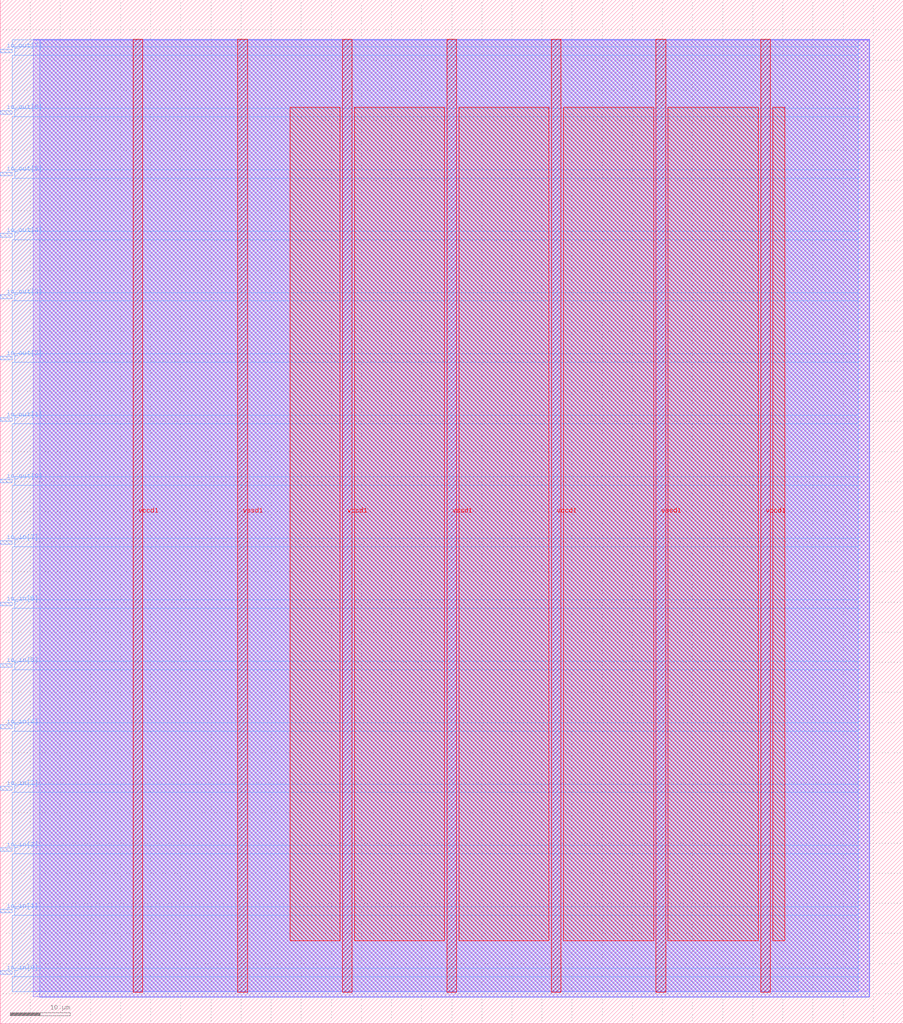
<source format=lef>
VERSION 5.7 ;
  NOWIREEXTENSIONATPIN ON ;
  DIVIDERCHAR "/" ;
  BUSBITCHARS "[]" ;
MACRO moonbase_cpu_8bit
  CLASS BLOCK ;
  FOREIGN moonbase_cpu_8bit ;
  ORIGIN 0.000 0.000 ;
  SIZE 150.000 BY 170.000 ;
  PIN io_in[0]
    DIRECTION INPUT ;
    USE SIGNAL ;
    PORT
      LAYER met3 ;
        RECT 0.000 8.200 2.000 8.800 ;
    END
  END io_in[0]
  PIN io_in[1]
    DIRECTION INPUT ;
    USE SIGNAL ;
    PORT
      LAYER met3 ;
        RECT 0.000 18.400 2.000 19.000 ;
    END
  END io_in[1]
  PIN io_in[2]
    DIRECTION INPUT ;
    USE SIGNAL ;
    PORT
      LAYER met3 ;
        RECT 0.000 28.600 2.000 29.200 ;
    END
  END io_in[2]
  PIN io_in[3]
    DIRECTION INPUT ;
    USE SIGNAL ;
    PORT
      LAYER met3 ;
        RECT 0.000 38.800 2.000 39.400 ;
    END
  END io_in[3]
  PIN io_in[4]
    DIRECTION INPUT ;
    USE SIGNAL ;
    PORT
      LAYER met3 ;
        RECT 0.000 49.000 2.000 49.600 ;
    END
  END io_in[4]
  PIN io_in[5]
    DIRECTION INPUT ;
    USE SIGNAL ;
    PORT
      LAYER met3 ;
        RECT 0.000 59.200 2.000 59.800 ;
    END
  END io_in[5]
  PIN io_in[6]
    DIRECTION INPUT ;
    USE SIGNAL ;
    PORT
      LAYER met3 ;
        RECT 0.000 69.400 2.000 70.000 ;
    END
  END io_in[6]
  PIN io_in[7]
    DIRECTION INPUT ;
    USE SIGNAL ;
    PORT
      LAYER met3 ;
        RECT 0.000 79.600 2.000 80.200 ;
    END
  END io_in[7]
  PIN io_out[0]
    DIRECTION OUTPUT TRISTATE ;
    USE SIGNAL ;
    PORT
      LAYER met3 ;
        RECT 0.000 89.800 2.000 90.400 ;
    END
  END io_out[0]
  PIN io_out[1]
    DIRECTION OUTPUT TRISTATE ;
    USE SIGNAL ;
    PORT
      LAYER met3 ;
        RECT 0.000 100.000 2.000 100.600 ;
    END
  END io_out[1]
  PIN io_out[2]
    DIRECTION OUTPUT TRISTATE ;
    USE SIGNAL ;
    PORT
      LAYER met3 ;
        RECT 0.000 110.200 2.000 110.800 ;
    END
  END io_out[2]
  PIN io_out[3]
    DIRECTION OUTPUT TRISTATE ;
    USE SIGNAL ;
    PORT
      LAYER met3 ;
        RECT 0.000 120.400 2.000 121.000 ;
    END
  END io_out[3]
  PIN io_out[4]
    DIRECTION OUTPUT TRISTATE ;
    USE SIGNAL ;
    PORT
      LAYER met3 ;
        RECT 0.000 130.600 2.000 131.200 ;
    END
  END io_out[4]
  PIN io_out[5]
    DIRECTION OUTPUT TRISTATE ;
    USE SIGNAL ;
    PORT
      LAYER met3 ;
        RECT 0.000 140.800 2.000 141.400 ;
    END
  END io_out[5]
  PIN io_out[6]
    DIRECTION OUTPUT TRISTATE ;
    USE SIGNAL ;
    PORT
      LAYER met3 ;
        RECT 0.000 151.000 2.000 151.600 ;
    END
  END io_out[6]
  PIN io_out[7]
    DIRECTION OUTPUT TRISTATE ;
    USE SIGNAL ;
    PORT
      LAYER met3 ;
        RECT 0.000 161.200 2.000 161.800 ;
    END
  END io_out[7]
  PIN vccd1
    DIRECTION INOUT ;
    USE POWER ;
    PORT
      LAYER met4 ;
        RECT 22.090 5.200 23.690 163.440 ;
    END
    PORT
      LAYER met4 ;
        RECT 56.830 5.200 58.430 163.440 ;
    END
    PORT
      LAYER met4 ;
        RECT 91.570 5.200 93.170 163.440 ;
    END
    PORT
      LAYER met4 ;
        RECT 126.310 5.200 127.910 163.440 ;
    END
  END vccd1
  PIN vssd1
    DIRECTION INOUT ;
    USE GROUND ;
    PORT
      LAYER met4 ;
        RECT 39.460 5.200 41.060 163.440 ;
    END
    PORT
      LAYER met4 ;
        RECT 74.200 5.200 75.800 163.440 ;
    END
    PORT
      LAYER met4 ;
        RECT 108.940 5.200 110.540 163.440 ;
    END
  END vssd1
  OBS
      LAYER li1 ;
        RECT 5.520 5.355 144.440 163.285 ;
      LAYER met1 ;
        RECT 5.520 4.460 144.440 163.440 ;
      LAYER met2 ;
        RECT 6.530 4.430 144.340 163.385 ;
      LAYER met3 ;
        RECT 2.000 162.200 142.535 163.365 ;
        RECT 2.400 160.800 142.535 162.200 ;
        RECT 2.000 152.000 142.535 160.800 ;
        RECT 2.400 150.600 142.535 152.000 ;
        RECT 2.000 141.800 142.535 150.600 ;
        RECT 2.400 140.400 142.535 141.800 ;
        RECT 2.000 131.600 142.535 140.400 ;
        RECT 2.400 130.200 142.535 131.600 ;
        RECT 2.000 121.400 142.535 130.200 ;
        RECT 2.400 120.000 142.535 121.400 ;
        RECT 2.000 111.200 142.535 120.000 ;
        RECT 2.400 109.800 142.535 111.200 ;
        RECT 2.000 101.000 142.535 109.800 ;
        RECT 2.400 99.600 142.535 101.000 ;
        RECT 2.000 90.800 142.535 99.600 ;
        RECT 2.400 89.400 142.535 90.800 ;
        RECT 2.000 80.600 142.535 89.400 ;
        RECT 2.400 79.200 142.535 80.600 ;
        RECT 2.000 70.400 142.535 79.200 ;
        RECT 2.400 69.000 142.535 70.400 ;
        RECT 2.000 60.200 142.535 69.000 ;
        RECT 2.400 58.800 142.535 60.200 ;
        RECT 2.000 50.000 142.535 58.800 ;
        RECT 2.400 48.600 142.535 50.000 ;
        RECT 2.000 39.800 142.535 48.600 ;
        RECT 2.400 38.400 142.535 39.800 ;
        RECT 2.000 29.600 142.535 38.400 ;
        RECT 2.400 28.200 142.535 29.600 ;
        RECT 2.000 19.400 142.535 28.200 ;
        RECT 2.400 18.000 142.535 19.400 ;
        RECT 2.000 9.200 142.535 18.000 ;
        RECT 2.400 7.800 142.535 9.200 ;
        RECT 2.000 5.275 142.535 7.800 ;
      LAYER met4 ;
        RECT 48.135 13.775 56.430 152.145 ;
        RECT 58.830 13.775 73.800 152.145 ;
        RECT 76.200 13.775 91.170 152.145 ;
        RECT 93.570 13.775 108.540 152.145 ;
        RECT 110.940 13.775 125.910 152.145 ;
        RECT 128.310 13.775 130.345 152.145 ;
  END
END moonbase_cpu_8bit
END LIBRARY


</source>
